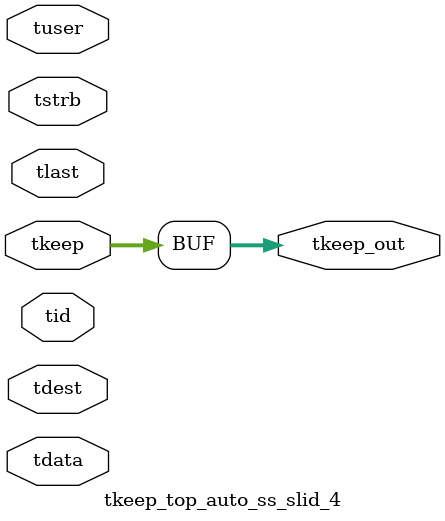
<source format=v>


`timescale 1ps/1ps

module tkeep_top_auto_ss_slid_4 #
(
parameter C_S_AXIS_TDATA_WIDTH = 32,
parameter C_S_AXIS_TUSER_WIDTH = 0,
parameter C_S_AXIS_TID_WIDTH   = 0,
parameter C_S_AXIS_TDEST_WIDTH = 0,
parameter C_M_AXIS_TDATA_WIDTH = 32
)
(
input  [(C_S_AXIS_TDATA_WIDTH == 0 ? 1 : C_S_AXIS_TDATA_WIDTH)-1:0     ] tdata,
input  [(C_S_AXIS_TUSER_WIDTH == 0 ? 1 : C_S_AXIS_TUSER_WIDTH)-1:0     ] tuser,
input  [(C_S_AXIS_TID_WIDTH   == 0 ? 1 : C_S_AXIS_TID_WIDTH)-1:0       ] tid,
input  [(C_S_AXIS_TDEST_WIDTH == 0 ? 1 : C_S_AXIS_TDEST_WIDTH)-1:0     ] tdest,
input  [(C_S_AXIS_TDATA_WIDTH/8)-1:0 ] tkeep,
input  [(C_S_AXIS_TDATA_WIDTH/8)-1:0 ] tstrb,
input                                                                    tlast,
output [(C_M_AXIS_TDATA_WIDTH/8)-1:0 ] tkeep_out
);

assign tkeep_out = {tkeep[3:0]};

endmodule


</source>
